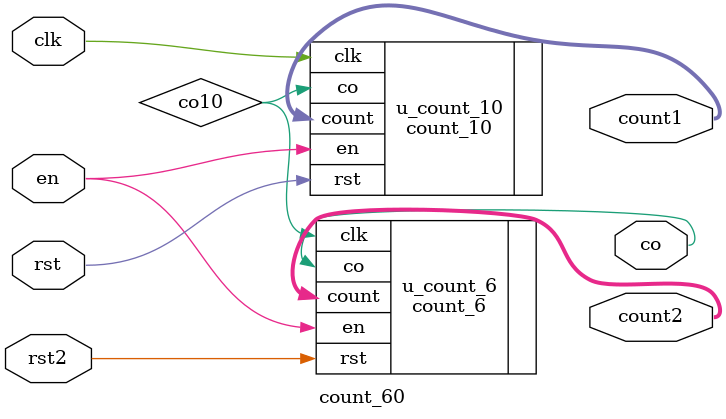
<source format=v>
module count_60(
    input wire rst,
    input wire rst2,
    input wire clk,
    input wire en,
    output  [3:0] count1,
    output  [3:0] count2,
    output  co
    
);
    
    wire co10,co6;
    
    count_10 u_count_10(
    	.rst   (rst   ),
        .clk   (clk   ),
        .en    (en    ),
        .count (count1 ),
        .co    (co10    )
    );
    
    count_6 u_count_6(
    	.rst   (rst2   ),
        .clk   (co10   ),
        .en    (en    ),
        .count (count2 ),
        .co    (co   )
    );
    
    //assign count3 <= count2 * 4'd10+count1;
    
    
    //assign co=co6;
    
endmodule
</source>
